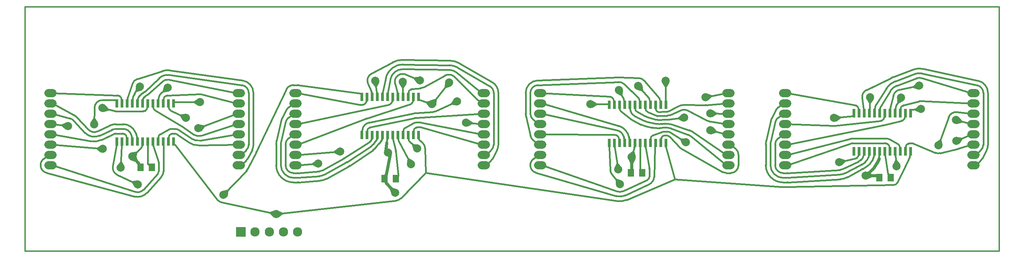
<source format=gbr>
%FSLAX44Y44*%
%OFA0.0000B0.0000*%
%SFA1B1*%
%MOMM*%
%AMFRECTNOHOLE10*
21,1,2.3000,2.3000,0.0000,0.0000,0*
%
%AMFRECTNOHOLE12*
21,1,1.6000,1.8000,0.0000,0.0000,0*
%
%AMFRECTNOHOLE13*
21,1,0.6000,2.0000,0.0000,0.0000,0*
%
%ADD10FRECTNOHOLE10*%
%ADD12FRECTNOHOLE12*%
%ADD13FRECTNOHOLE13*%
%ADD14C,0.3333X0.0000*%
%ADD15C,0.8000X0.0000*%
%ADD16C,0.4000X0.0000*%
%ADD17C,2.0000X0.0000*%
%ADD18C,2.3000X0.0000*%
%ADD20C,0.0000X0.0000*%
%LNÍèæí³é0*%
%LPD*%
G36*
X1448086Y351285D2*
X1442086Y351285D1*
X1442086Y371285D1*
X1448086Y371285D1*
X1448086Y351285D1*
G37*
%LNÍèæí³é1*%
%LPD*%
G36*
X1460786Y351285D2*
X1454786Y351285D1*
X1454786Y371285D1*
X1460786Y371285D1*
X1460786Y351285D1*
G37*
%LNÍèæí³é2*%
%LPD*%
G36*
X1473486Y351285D2*
X1467486Y351285D1*
X1467486Y371285D1*
X1473486Y371285D1*
X1473486Y351285D1*
G37*
%LNÍèæí³é3*%
%LPD*%
G36*
X1486186Y351285D2*
X1480186Y351285D1*
X1480186Y371285D1*
X1486186Y371285D1*
X1486186Y351285D1*
G37*
%LNÍèæí³é4*%
%LPD*%
G36*
X1498886Y351285D2*
X1492886Y351285D1*
X1492886Y371285D1*
X1498886Y371285D1*
X1498886Y351285D1*
G37*
%LNÍèæí³é5*%
%LPD*%
G36*
X1511586Y351285D2*
X1505586Y351285D1*
X1505586Y371285D1*
X1511586Y371285D1*
X1511586Y351285D1*
G37*
%LNÍèæí³é6*%
%LPD*%
G36*
X1524286Y351285D2*
X1518286Y351285D1*
X1518286Y371285D1*
X1524286Y371285D1*
X1524286Y351285D1*
G37*
%LNÍèæí³é7*%
%LPD*%
G36*
X1536986Y351285D2*
X1530986Y351285D1*
X1530986Y371285D1*
X1536986Y371285D1*
X1536986Y351285D1*
G37*
%LNÍèæí³é8*%
%LPD*%
G36*
X1549686Y351285D2*
X1543686Y351285D1*
X1543686Y371285D1*
X1549686Y371285D1*
X1549686Y351285D1*
G37*
%LNÍèæí³é9*%
%LPD*%
G36*
X1562386Y351285D2*
X1556386Y351285D1*
X1556386Y371285D1*
X1562386Y371285D1*
X1562386Y351285D1*
G37*
%LNÍèæí³é10*%
%LPD*%
G36*
X1575086Y351285D2*
X1569086Y351285D1*
X1569086Y371285D1*
X1575086Y371285D1*
X1575086Y351285D1*
G37*
%LNÍèæí³é11*%
%LPD*%
G36*
X1587786Y351285D2*
X1581786Y351285D1*
X1581786Y371285D1*
X1587786Y371285D1*
X1587786Y351285D1*
G37*
%LNÍèæí³é12*%
%LPD*%
G36*
X1587786Y257285D2*
X1581786Y257285D1*
X1581786Y277285D1*
X1587786Y277285D1*
X1587786Y257285D1*
G37*
%LNÍèæí³é13*%
%LPD*%
G36*
X1575086Y257285D2*
X1569086Y257285D1*
X1569086Y277285D1*
X1575086Y277285D1*
X1575086Y257285D1*
G37*
%LNÍèæí³é14*%
%LPD*%
G36*
X1562386Y257285D2*
X1556386Y257285D1*
X1556386Y277285D1*
X1562386Y277285D1*
X1562386Y257285D1*
G37*
%LNÍèæí³é15*%
%LPD*%
G36*
X1549686Y257285D2*
X1543686Y257285D1*
X1543686Y277285D1*
X1549686Y277285D1*
X1549686Y257285D1*
G37*
%LNÍèæí³é16*%
%LPD*%
G36*
X1536986Y257285D2*
X1530986Y257285D1*
X1530986Y277285D1*
X1536986Y277285D1*
X1536986Y257285D1*
G37*
%LNÍèæí³é17*%
%LPD*%
G36*
X1524286Y257285D2*
X1518286Y257285D1*
X1518286Y277285D1*
X1524286Y277285D1*
X1524286Y257285D1*
G37*
%LNÍèæí³é18*%
%LPD*%
G36*
X1511586Y257285D2*
X1505586Y257285D1*
X1505586Y277285D1*
X1511586Y277285D1*
X1511586Y257285D1*
G37*
%LNÍèæí³é19*%
%LPD*%
G36*
X1498886Y257285D2*
X1492886Y257285D1*
X1492886Y277285D1*
X1498886Y277285D1*
X1498886Y257285D1*
G37*
%LNÍèæí³é20*%
%LPD*%
G36*
X1486186Y257285D2*
X1480186Y257285D1*
X1480186Y277285D1*
X1486186Y277285D1*
X1486186Y257285D1*
G37*
%LNÍèæí³é21*%
%LPD*%
G36*
X1473486Y257285D2*
X1467486Y257285D1*
X1467486Y277285D1*
X1473486Y277285D1*
X1473486Y257285D1*
G37*
%LNÍèæí³é22*%
%LPD*%
G36*
X1460786Y257285D2*
X1454786Y257285D1*
X1454786Y277285D1*
X1460786Y277285D1*
X1460786Y257285D1*
G37*
%LNÍèæí³é23*%
%LPD*%
G36*
X1448086Y257285D2*
X1442086Y257285D1*
X1442086Y277285D1*
X1448086Y277285D1*
X1448086Y257285D1*
G37*
%LNÍèæí³é24*%
%LPD*%
G36*
X2051273Y330649D2*
X2045273Y330649D1*
X2045273Y350649D1*
X2051273Y350649D1*
X2051273Y330649D1*
G37*
%LNÍèæí³é25*%
%LPD*%
G36*
X2063973Y330649D2*
X2057973Y330649D1*
X2057973Y350649D1*
X2063973Y350649D1*
X2063973Y330649D1*
G37*
%LNÍèæí³é26*%
%LPD*%
G36*
X2076673Y330649D2*
X2070673Y330649D1*
X2070673Y350649D1*
X2076673Y350649D1*
X2076673Y330649D1*
G37*
%LNÍèæí³é27*%
%LPD*%
G36*
X2089373Y330649D2*
X2083373Y330649D1*
X2083373Y350649D1*
X2089373Y350649D1*
X2089373Y330649D1*
G37*
%LNÍèæí³é28*%
%LPD*%
G36*
X2102073Y330649D2*
X2096073Y330649D1*
X2096073Y350649D1*
X2102073Y350649D1*
X2102073Y330649D1*
G37*
%LNÍèæí³é29*%
%LPD*%
G36*
X2114773Y330649D2*
X2108773Y330649D1*
X2108773Y350649D1*
X2114773Y350649D1*
X2114773Y330649D1*
G37*
%LNÍèæí³é30*%
%LPD*%
G36*
X2127473Y330649D2*
X2121473Y330649D1*
X2121473Y350649D1*
X2127473Y350649D1*
X2127473Y330649D1*
G37*
%LNÍèæí³é31*%
%LPD*%
G36*
X2140173Y330649D2*
X2134173Y330649D1*
X2134173Y350649D1*
X2140173Y350649D1*
X2140173Y330649D1*
G37*
%LNÍèæí³é32*%
%LPD*%
G36*
X2152873Y330649D2*
X2146873Y330649D1*
X2146873Y350649D1*
X2152873Y350649D1*
X2152873Y330649D1*
G37*
%LNÍèæí³é33*%
%LPD*%
G36*
X2165573Y330649D2*
X2159573Y330649D1*
X2159573Y350649D1*
X2165573Y350649D1*
X2165573Y330649D1*
G37*
%LNÍèæí³é34*%
%LPD*%
G36*
X2178273Y330649D2*
X2172273Y330649D1*
X2172273Y350649D1*
X2178273Y350649D1*
X2178273Y330649D1*
G37*
%LNÍèæí³é35*%
%LPD*%
G36*
X2190973Y330649D2*
X2184973Y330649D1*
X2184973Y350649D1*
X2190973Y350649D1*
X2190973Y330649D1*
G37*
%LNÍèæí³é36*%
%LPD*%
G36*
X2190973Y236649D2*
X2184973Y236649D1*
X2184973Y256649D1*
X2190973Y256649D1*
X2190973Y236649D1*
G37*
%LNÍèæí³é37*%
%LPD*%
G36*
X2178273Y236649D2*
X2172273Y236649D1*
X2172273Y256649D1*
X2178273Y256649D1*
X2178273Y236649D1*
G37*
%LNÍèæí³é38*%
%LPD*%
G36*
X2165573Y236649D2*
X2159573Y236649D1*
X2159573Y256649D1*
X2165573Y256649D1*
X2165573Y236649D1*
G37*
%LNÍèæí³é39*%
%LPD*%
G36*
X2152873Y236649D2*
X2146873Y236649D1*
X2146873Y256649D1*
X2152873Y256649D1*
X2152873Y236649D1*
G37*
%LNÍèæí³é40*%
%LPD*%
G36*
X2140173Y236649D2*
X2134173Y236649D1*
X2134173Y256649D1*
X2140173Y256649D1*
X2140173Y236649D1*
G37*
%LNÍèæí³é41*%
%LPD*%
G36*
X2127473Y236649D2*
X2121473Y236649D1*
X2121473Y256649D1*
X2127473Y256649D1*
X2127473Y236649D1*
G37*
%LNÍèæí³é42*%
%LPD*%
G36*
X2114773Y236649D2*
X2108773Y236649D1*
X2108773Y256649D1*
X2114773Y256649D1*
X2114773Y236649D1*
G37*
%LNÍèæí³é43*%
%LPD*%
G36*
X2102073Y236649D2*
X2096073Y236649D1*
X2096073Y256649D1*
X2102073Y256649D1*
X2102073Y236649D1*
G37*
%LNÍèæí³é44*%
%LPD*%
G36*
X2089373Y236649D2*
X2083373Y236649D1*
X2083373Y256649D1*
X2089373Y256649D1*
X2089373Y236649D1*
G37*
%LNÍèæí³é45*%
%LPD*%
G36*
X2076673Y236649D2*
X2070673Y236649D1*
X2070673Y256649D1*
X2076673Y256649D1*
X2076673Y236649D1*
G37*
%LNÍèæí³é46*%
%LPD*%
G36*
X2063973Y236649D2*
X2057973Y236649D1*
X2057973Y256649D1*
X2063973Y256649D1*
X2063973Y236649D1*
G37*
%LNÍèæí³é47*%
%LPD*%
G36*
X2051273Y236649D2*
X2045273Y236649D1*
X2045273Y256649D1*
X2051273Y256649D1*
X2051273Y236649D1*
G37*
%LNÍèæí³é*%
%LPD*%
G54D10*
X538106Y47620D3*
G54D12*
X2138820Y181668D3*
X2110820Y181668D3*
X1527264Y192865D3*
X1499264Y192865D3*
X919810Y178735D3*
X891810Y178735D3*
X318482Y206353D3*
X290482Y206353D3*
G54D13*
X835897Y286347D3*
X848597Y286347D3*
X861297Y286347D3*
X873997Y286347D3*
X886697Y286347D3*
X899397Y286347D3*
X912097Y286347D3*
X924797Y286347D3*
X937497Y286347D3*
X950197Y286347D3*
X962897Y286347D3*
X975597Y286347D3*
X975597Y380347D3*
X962897Y380347D3*
X950197Y380347D3*
X937497Y380347D3*
X924797Y380347D3*
X912097Y380347D3*
X899397Y380347D3*
X886697Y380347D3*
X873997Y380347D3*
X861297Y380347D3*
X848597Y380347D3*
X835897Y380347D3*
X232363Y270459D3*
X245063Y270459D3*
X257763Y270459D3*
X270463Y270459D3*
X283163Y270459D3*
X295863Y270459D3*
X308563Y270459D3*
X321263Y270459D3*
X333963Y270459D3*
X346663Y270459D3*
X359363Y270459D3*
X372063Y270459D3*
X372063Y364459D3*
X359363Y364459D3*
X346663Y364459D3*
X333963Y364459D3*
X321263Y364459D3*
X308563Y364459D3*
X295863Y364459D3*
X283163Y364459D3*
X270463Y364459D3*
X257763Y364459D3*
X245063Y364459D3*
X232363Y364459D3*
G54D14*
X2406349Y0D2*
X6349Y0D1*
X2406349Y602000D2*
X2406349Y0D1*
X6349Y602000D2*
X2406349Y602000D1*
X6349Y0D2*
X6349Y602000D1*
G54D15*
X286482Y211353D2*
X290482Y206353D1*
X286482Y215353D2*
X286482Y211353D1*
G75*
G01X286482Y215353D2*
G03X285358Y218133I-4000J0D1*
G74*
X270268Y233749D2*
X285358Y218133D1*
X906314Y244613D2*
X906298Y244664D1*
G75*
G01X895318Y241217D2*
G03X906314Y244613I5498J1698D1*
G74*
X895303Y241267D2*
X895318Y241217D1*
G75*
G01X894839Y245723D2*
G03X895303Y241267I11459J-1059D1*
G74*
X896737Y266263D2*
X894839Y245723D1*
X1501019Y201865D2*
X1501019Y232300D1*
X1501019Y197865D2*
X1501019Y201865D1*
X1499264Y192865D2*
X1501019Y197865D1*
X895810Y183735D2*
X891810Y178735D1*
X895810Y187735D2*
X895810Y183735D1*
G75*
G01X895887Y188514D2*
G03X895810Y187735I3923J-779D1*
G74*
X906460Y241795D2*
X895887Y188514D1*
G75*
G01X906460Y241795D2*
G03X906314Y244613I-5644J1120D1*
G74*
X906298Y244664D2*
X906314Y244613D1*
X2085009Y192165D2*
X2077706Y186626D1*
G75*
G01X2085009Y192165D2*
G03X2094486Y201299I-33736J44484D1*
G74*
X2099578Y207523D2*
X2094486Y201299D1*
G75*
G01X2099578Y207523D2*
G03X2105627Y217130I-35605J29126D1*
G74*
X2110200Y226890D2*
X2105627Y217130D1*
G75*
G01X2110200Y226890D2*
G03X2110542Y227655I-20827J9759D1*
G74*
X2110573Y227729D2*
X2110542Y227655D1*
X900816Y242915D2*
X906298Y244664D1*
X895810Y173735D2*
X891810Y178735D1*
X895810Y169735D2*
X895810Y173735D1*
G75*
G01X895810Y169735D2*
G03X896876Y167016I4000J0D1*
G74*
X918286Y143911D2*
X896876Y167016D1*
X2102820Y186626D2*
X2077706Y186626D1*
X2106820Y186626D2*
X2102820Y186626D1*
X2110820Y181668D2*
X2106820Y186626D1*
X280274Y223394D2*
X268083Y228161D1*
X280274Y223394D2*
X275927Y235741D1*
X1501019Y217900D2*
X1495565Y229800D1*
X1501019Y217900D2*
X1506473Y229800D1*
X2085009Y192165D2*
X2083576Y185385D1*
X2085009Y192165D2*
X2078094Y192613D1*
X908498Y154473D2*
X920588Y149452D1*
X908498Y154473D2*
X912586Y142038D1*
X2092106Y186626D2*
X2080206Y181172D1*
X2092106Y186626D2*
X2080206Y192080D1*
G54D16*
X1883903Y212100D2*
X1878903Y212100D1*
X2042229Y265648D2*
X1883903Y212100D1*
G75*
G01X2045273Y266149D2*
G03X2042229Y265648I0J-9500D1*
G74*
X2125473Y266149D2*
X2045273Y266149D1*
G75*
G01X2129273Y265356D2*
G03X2125473Y266149I-3800J-8707D1*
G74*
X2130953Y264623D2*
X2129273Y265356D1*
G75*
G01X2136173Y256649D2*
G03X2130953Y264623I-8700J0D1*
G74*
X2136173Y254649D2*
X2136173Y256649D1*
X2137173Y246649D2*
X2136173Y254649D1*
X1883903Y237500D2*
X1878903Y237500D1*
X2040124Y277008D2*
X1883903Y237500D1*
G75*
G01X2045273Y277649D2*
G03X2040124Y277008I0J-21000D1*
G74*
X2127473Y277649D2*
X2045273Y277649D1*
G75*
G01X2137642Y275023D2*
G03X2127473Y277649I-10169J-18374D1*
G74*
X2157086Y264261D2*
X2137642Y275023D1*
G75*
G01X2161573Y256649D2*
G03X2157086Y264261I-8700J0D1*
G74*
X2161573Y254649D2*
X2161573Y256649D1*
X2162573Y246649D2*
X2161573Y254649D1*
X1873903Y339100D2*
X1878903Y339100D1*
X1861408Y328670D2*
X1873903Y339100D1*
G75*
G01X1861408Y328670D2*
G03X1854909Y318114I12495J-14970D1*
G74*
X1843708Y269918D2*
X1854909Y318114D1*
G75*
G01X1843708Y269918D2*
G03X1842903Y262900I30195J-7018D1*
G74*
X1842903Y212100D2*
X1842903Y262900D1*
G75*
G01X1842903Y212100D2*
G03X1873903Y181100I31000J0D1*
G74*
X1883903Y181100D2*
X1873903Y181100D1*
G75*
G01X1883903Y181100D2*
G03X1885747Y181155I0J31000D1*
G74*
X2014119Y188804D2*
X1885747Y181155D1*
G75*
G01X2014119Y188804D2*
G03X2026353Y192130I-1844J30945D1*
G74*
X2064146Y211395D2*
X2026353Y192130D1*
G75*
G01X2064146Y211395D2*
G03X2064378Y211514I-12873J25254D1*
G74*
X2064483Y211569D2*
X2064378Y211514D1*
G75*
G01X2064483Y211569D2*
G03X2067986Y213729I-13210J25336D1*
G74*
X2076219Y219667D2*
X2067986Y213729D1*
G75*
G01X2076219Y219667D2*
G03X2084147Y231047I-12246J16982D1*
G74*
X2085056Y234321D2*
X2084147Y231047D1*
G75*
G01X2085056Y234321D2*
G03X2085373Y236649I-8383J2328D1*
G74*
X2085373Y238649D2*
X2085373Y236649D1*
X2086373Y246649D2*
X2085373Y238649D1*
X2053019Y228724D2*
X2012275Y219749D1*
G75*
G01X2053019Y228724D2*
G03X2055025Y229453I-1746J7925D1*
G74*
X2055130Y229508D2*
X2055025Y229453D1*
G75*
G01X2055130Y229508D2*
G03X2059054Y233899I-3857J7397D1*
G74*
X2059839Y235928D2*
X2059054Y233899D1*
G75*
G01X2059839Y235928D2*
G03X2059973Y236649I-1866J721D1*
G74*
X2059973Y238649D2*
X2059973Y236649D1*
X2060973Y246649D2*
X2059973Y238649D1*
X2337903Y339100D2*
X2342903Y339100D1*
X2302153Y342684D2*
X2337903Y339100D1*
G75*
G01X2302153Y342684D2*
G03X2281890Y329967I-1945J-19403D1*
G74*
X2256582Y260631D2*
X2281890Y329967D1*
X1873903Y364500D2*
X1878903Y364500D1*
X1861408Y354070D2*
X1873903Y364500D1*
G75*
G01X1861408Y354070D2*
G03X1856516Y347929I12495J-14970D1*
G74*
X1846262Y327735D2*
X1856516Y347929D1*
G75*
G01X1846262Y327735D2*
G03X1843708Y320718I27641J-14035D1*
G74*
X1832506Y272521D2*
X1843708Y320718D1*
G75*
G01X1832506Y272521D2*
G03X1831403Y262900I41397J-9621D1*
G74*
X1831403Y212100D2*
X1831403Y262900D1*
G75*
G01X1831403Y212100D2*
G03X1873903Y169600I42500J0D1*
G74*
X1883903Y169600D2*
X1873903Y169600D1*
G75*
G01X1883903Y169600D2*
G03X1886431Y169675I0J42500D1*
G74*
X2014803Y177324D2*
X1886431Y169675D1*
G75*
G01X2014803Y177324D2*
G03X2032810Y182539I-2528J42425D1*
G74*
X2068953Y202486D2*
X2032810Y182539D1*
G75*
G01X2069276Y202660D2*
G03X2068953Y202486I8430J-16034D1*
G74*
G75*
G01X2069276Y202660D2*
G03X2069728Y202901I-18003J34245D1*
G74*
X2079431Y208167D2*
X2069728Y202901D1*
G75*
G01X2079431Y208167D2*
G03X2093077Y222398I-15458J28482D1*
G74*
X2095533Y227414D2*
X2093077Y222398D1*
G75*
G01X2095533Y227414D2*
G03X2097012Y231420I-18860J9235D1*
G74*
X2097799Y234483D2*
X2097012Y231420D1*
G75*
G01X2097799Y234483D2*
G03X2098073Y236649I-8426J2166D1*
G74*
X2098073Y238649D2*
X2098073Y236649D1*
X2099073Y246649D2*
X2098073Y238649D1*
X2150919Y235752D2*
X2153655Y209375D1*
G75*
G01X2150873Y236649D2*
G03X2150919Y235752I8700J0D1*
G74*
X2150873Y238649D2*
X2150873Y236649D1*
X2149873Y246649D2*
X2150873Y238649D1*
X2337903Y288300D2*
X2342903Y288300D1*
X2301145Y271738D2*
X2337903Y288300D1*
X2337903Y262900D2*
X2342903Y262900D1*
X2307019Y253144D2*
X2337903Y262900D1*
G75*
G01X2305861Y252817D2*
G03X2307019Y253144I-4716J18921D1*
G74*
X2261298Y241710D2*
X2305861Y252817D1*
G75*
G01X2249055Y242642D2*
G03X2261298Y241710I7527J17989D1*
G74*
X2194640Y265413D2*
X2249055Y242642D1*
G75*
G01X2194640Y265413D2*
G03X2190973Y266149I-3667J-8764D1*
G74*
X2186973Y266149D2*
X2190973Y266149D1*
G75*
G01X2186973Y266149D2*
G03X2183173Y265356I0J-9500D1*
G74*
X2181493Y264623D2*
X2183173Y265356D1*
G75*
G01X2181493Y264623D2*
G03X2176273Y256649I3480J-7974D1*
G74*
X2176273Y254649D2*
X2176273Y256649D1*
X2175273Y246649D2*
X2176273Y254649D1*
X1873903Y288300D2*
X1878903Y288300D1*
X1861408Y277870D2*
X1873903Y288300D1*
G75*
G01X1861408Y277870D2*
G03X1854403Y262900I12495J-14970D1*
G74*
X1854403Y212100D2*
X1854403Y262900D1*
G75*
G01X1854403Y212100D2*
G03X1873903Y192600I19500J0D1*
G74*
X1883903Y192600D2*
X1873903Y192600D1*
G75*
G01X1883903Y192600D2*
G03X1885063Y192635I0J19500D1*
G74*
X2013435Y200284D2*
X1885063Y192635D1*
G75*
G01X2013435Y200284D2*
G03X2020559Y202096I-1160J19465D1*
G74*
X2059018Y220145D2*
X2020559Y202096D1*
G75*
G01X2059018Y220145D2*
G03X2059701Y220483I-7745J16504D1*
G74*
X2059806Y220538D2*
X2059701Y220483D1*
G75*
G01X2059806Y220538D2*
G03X2065211Y224804I-8533J16367D1*
G74*
X2070543Y230946D2*
X2065211Y224804D1*
G75*
G01X2070543Y230946D2*
G03X2072673Y236649I-6570J5703D1*
G74*
X2072673Y238649D2*
X2072673Y236649D1*
X2073673Y246649D2*
X2072673Y238649D1*
X1280720Y212100D2*
X1275720Y212100D1*
X1465481Y147206D2*
X1280720Y212100D1*
G75*
G01X1465481Y147206D2*
G03X1480127Y147904I6462J18398D1*
G74*
X1539251Y175242D2*
X1480127Y147904D1*
G75*
G01X1539251Y175242D2*
G03X1544764Y183865I-3987J8623D1*
G74*
X1544764Y201865D2*
X1544764Y183865D1*
G75*
G01X1544764Y201865D2*
G03X1544611Y203564I-9500J0D1*
G74*
X1535126Y255729D2*
X1544611Y203564D1*
G75*
G01X1534986Y257285D2*
G03X1535126Y255729I8700J0D1*
G74*
X1534986Y259285D2*
X1534986Y257285D1*
X1533986Y267285D2*
X1534986Y259285D1*
X1270720Y237500D2*
X1275720Y237500D1*
X1258225Y227070D2*
X1270720Y237500D1*
G75*
G01X1258225Y227070D2*
G03X1265279Y193375I12495J-14970D1*
G74*
X1463293Y135835D2*
X1265279Y193375D1*
G75*
G01X1463293Y135835D2*
G03X1484953Y137466I8650J29769D1*
G74*
X1544077Y164804D2*
X1484953Y137466D1*
G75*
G01X1544077Y164804D2*
G03X1556255Y183260I-8813J19061D1*
G74*
X1558382Y257034D2*
X1556255Y183260D1*
G75*
G01X1558382Y257034D2*
G03X1558386Y257285I-8696J251D1*
G74*
X1558386Y259285D2*
X1558386Y257285D1*
X1559386Y267285D2*
X1558386Y259285D1*
X1280720Y339100D2*
X1275720Y339100D1*
X1465372Y297778D2*
X1280720Y339100D1*
G75*
G01X1481125Y282514D2*
G03X1465372Y297778I-20339J-5229D1*
G74*
X1481912Y279451D2*
X1481125Y282514D1*
G75*
G01X1482186Y277285D2*
G03X1481912Y279451I-8700J0D1*
G74*
X1482186Y275285D2*
X1482186Y277285D1*
X1483186Y267285D2*
X1482186Y275285D1*
X1458897Y255898D2*
X1467706Y201354D1*
G75*
G01X1458786Y257285D2*
G03X1458897Y255898I8700J0D1*
G74*
X1458786Y259285D2*
X1458786Y257285D1*
X1457786Y267285D2*
X1458786Y259285D1*
X1734720Y339100D2*
X1739720Y339100D1*
X1694329Y339547D2*
X1734720Y339100D1*
X1280720Y364500D2*
X1275720Y364500D1*
X1470014Y308447D2*
X1280720Y364500D1*
G75*
G01X1490215Y291075D2*
G03X1470014Y308447I-29429J-13790D1*
G74*
X1492502Y286196D2*
X1490215Y291075D1*
G75*
G01X1493825Y282514D2*
G03X1492502Y286196I-20339J-5229D1*
G74*
X1494612Y279451D2*
X1493825Y282514D1*
G75*
G01X1494886Y277285D2*
G03X1494612Y279451I-8700J0D1*
G74*
X1494886Y275285D2*
X1494886Y277285D1*
X1495886Y267285D2*
X1494886Y275285D1*
X1598404Y291640D2*
X1634433Y268250D1*
G75*
G01X1598404Y291640D2*
G03X1587786Y294785I-10618J-16355D1*
G74*
X1581786Y294785D2*
X1587786Y294785D1*
G75*
G01X1581786Y294785D2*
G03X1575803Y293731I0J-17500D1*
G74*
X1555138Y286213D2*
X1575803Y293731D1*
G75*
G01X1555138Y286213D2*
G03X1554586Y285992I3248J-8928D1*
G74*
X1552906Y285259D2*
X1554586Y285992D1*
G75*
G01X1552906Y285259D2*
G03X1547686Y277285I3480J-7974D1*
G74*
X1547686Y275285D2*
X1547686Y277285D1*
X1546686Y267285D2*
X1547686Y275285D1*
X1734720Y288300D2*
X1739720Y288300D1*
X1694947Y298358D2*
X1734720Y288300D1*
X1744720Y262900D2*
X1739720Y262900D1*
X1757215Y252470D2*
X1744720Y262900D1*
G75*
G01X1764220Y237500D2*
G03X1757215Y252470I-19500J0D1*
G74*
X1764220Y212100D2*
X1764220Y237500D1*
G75*
G01X1744720Y192600D2*
G03X1764220Y212100I0J19500D1*
G74*
X1734720Y192600D2*
X1744720Y192600D1*
G75*
G01X1725194Y195085D2*
G03X1734720Y192600I9526J17015D1*
G74*
X1624907Y251235D2*
X1725194Y195085D1*
G75*
G01X1620286Y254829D2*
G03X1624907Y251235I14147J13421D1*
G74*
X1594678Y281823D2*
X1620286Y254829D1*
G75*
G01X1594678Y281823D2*
G03X1592385Y283598I-6892J-6538D1*
G74*
X1591538Y284066D2*
X1592385Y283598D1*
G75*
G01X1591538Y284066D2*
G03X1587786Y285035I-3752J-6781D1*
G74*
X1581786Y285035D2*
X1587786Y285035D1*
G75*
G01X1581786Y285035D2*
G03X1575135Y281263I0J-7750D1*
G74*
X1573370Y278312D2*
X1575135Y281263D1*
G75*
G01X1573370Y278312D2*
G03X1573086Y277285I1716J-1027D1*
G74*
X1573086Y275285D2*
X1573086Y277285D1*
X1572086Y267285D2*
X1573086Y275285D1*
X1280720Y288300D2*
X1275720Y288300D1*
X1458867Y286785D2*
X1280720Y288300D1*
G75*
G01X1462586Y285992D2*
G03X1458867Y286785I-3800J-8707D1*
G74*
X1464266Y285259D2*
X1462586Y285992D1*
G75*
G01X1469486Y277285D2*
G03X1464266Y285259I-8700J0D1*
G74*
X1469486Y275285D2*
X1469486Y277285D1*
X1470486Y267285D2*
X1469486Y275285D1*
X926793Y272305D2*
X957033Y214676D1*
G75*
G01X925797Y276347D2*
G03X926793Y272305I8700J0D1*
G74*
X925797Y278347D2*
X925797Y276347D1*
X924797Y286347D2*
X925797Y278347D1*
X677530Y212100D2*
X672530Y212100D1*
X728894Y215889D2*
X677530Y212100D1*
X954012Y269940D2*
X972500Y252958D1*
G75*
G01X951197Y276347D2*
G03X954012Y269940I8700J0D1*
G74*
X951197Y278347D2*
X951197Y276347D1*
X950197Y286347D2*
X951197Y278347D1*
X677530Y237500D2*
X672530Y237500D1*
X782374Y245625D2*
X677530Y237500D1*
X667530Y339100D2*
X672530Y339100D1*
X655035Y328670D2*
X667530Y339100D1*
G75*
G01X655035Y328670D2*
G03X648536Y318114I12495J-14970D1*
G74*
X637335Y269918D2*
X648536Y318114D1*
G75*
G01X637335Y269918D2*
G03X636530Y262900I30195J-7018D1*
G74*
X636530Y212100D2*
X636530Y262900D1*
G75*
G01X636530Y212100D2*
G03X667530Y181100I31000J0D1*
G74*
X677530Y181100D2*
X667530Y181100D1*
G75*
G01X677530Y181100D2*
G03X679811Y181184I0J31000D1*
G74*
X731175Y184973D2*
X679811Y181184D1*
G75*
G01X731175Y184973D2*
G03X743959Y188795I-2281J30916D1*
G74*
X797439Y218531D2*
X743959Y188795D1*
G75*
G01X797439Y218531D2*
G03X799346Y219684I-15065J27094D1*
G74*
X859094Y258774D2*
X799346Y219684D1*
G75*
G01X859094Y258774D2*
G03X864394Y263742I-11497J17573D1*
G74*
X867516Y267904D2*
X864394Y263742D1*
G75*
G01X870108Y271027D2*
G03X867516Y267904I30708J-28112D1*
G74*
G75*
G01X870108Y271027D2*
G03X870840Y271959I-5811J5320D1*
G74*
X871765Y273338D2*
X870840Y271959D1*
G75*
G01X871765Y273338D2*
G03X872897Y275721I-7468J5009D1*
G74*
X872910Y275763D2*
X872897Y275721D1*
G75*
G01X872910Y275763D2*
G03X872997Y276347I-1913J584D1*
G74*
X872997Y278347D2*
X872997Y276347D1*
X873997Y286347D2*
X872997Y278347D1*
X1131530Y339100D2*
X1136530Y339100D1*
X1011107Y331325D2*
X1131530Y339100D1*
X1011050Y331322D2*
X1011107Y331325D1*
X970563Y328783D2*
X1011050Y331322D1*
G75*
G01X970563Y328783D2*
G03X965941Y328158I2034J-32436D1*
G74*
X858351Y305646D2*
X965941Y328158D1*
G75*
G01X858351Y305646D2*
G03X856497Y305054I1946J-9299D1*
G74*
X854817Y304321D2*
X856497Y305054D1*
G75*
G01X854817Y304321D2*
G03X849597Y296347I3480J-7974D1*
G74*
X849597Y294347D2*
X849597Y296347D1*
X848597Y286347D2*
X849597Y294347D1*
X667530Y364500D2*
X672530Y364500D1*
X655035Y354070D2*
X667530Y364500D1*
G75*
G01X655035Y354070D2*
G03X650143Y347929I12495J-14970D1*
G74*
X639889Y327735D2*
X650143Y347929D1*
G75*
G01X639889Y327735D2*
G03X637335Y320718I27641J-14035D1*
G74*
X626133Y272521D2*
X637335Y320718D1*
G75*
G01X626133Y272521D2*
G03X625030Y262900I41397J-9621D1*
G74*
X625030Y212100D2*
X625030Y262900D1*
G75*
G01X625030Y212100D2*
G03X667530Y169600I42500J0D1*
G74*
X677530Y169600D2*
X667530Y169600D1*
G75*
G01X677530Y169600D2*
G03X680657Y169715I0J42500D1*
G74*
X732021Y173504D2*
X680657Y169715D1*
G75*
G01X732021Y173504D2*
G03X749547Y178745I-3127J42385D1*
G74*
X803027Y208481D2*
X749547Y178745D1*
G75*
G01X803027Y208481D2*
G03X806198Y210431I-20653J37144D1*
G74*
X863816Y249434D2*
X806198Y210431D1*
G75*
G01X863816Y249434D2*
G03X868461Y253249I-18219J26913D1*
G74*
X869471Y254249D2*
X868461Y253249D1*
G75*
G01X869471Y254249D2*
G03X873926Y259807I-21874J22098D1*
G74*
G75*
G01X878024Y265028D2*
G03X873926Y259807I22792J-22113D1*
G74*
X878025Y265028D2*
X878024Y265028D1*
G75*
G01X878025Y265028D2*
G03X878513Y265550I-13728J13319D1*
G74*
X883203Y270760D2*
X878513Y265550D1*
G75*
G01X883203Y270760D2*
G03X884905Y273667I-6206J5587D1*
G74*
X885513Y275461D2*
X884905Y273667D1*
G75*
G01X885513Y275461D2*
G03X885597Y275721I-8516J2886D1*
G74*
X885610Y275763D2*
X885597Y275721D1*
G75*
G01X885610Y275763D2*
G03X885697Y276347I-1913J584D1*
G74*
X885697Y278347D2*
X885697Y276347D1*
X886697Y286347D2*
X885697Y278347D1*
X1131530Y288300D2*
X1136530Y288300D1*
X982566Y316969D2*
X1131530Y288300D1*
G75*
G01X982566Y316969D2*
G03X978597Y317347I-3969J-20622D1*
G74*
X972597Y317347D2*
X978597Y317347D1*
G75*
G01X972597Y317347D2*
G03X962428Y314721I0J-21000D1*
G74*
X942984Y303959D2*
X962428Y314721D1*
G75*
G01X942984Y303959D2*
G03X938497Y296347I4213J-7612D1*
G74*
X938497Y294347D2*
X938497Y296347D1*
X937497Y286347D2*
X938497Y294347D1*
X1131530Y262900D2*
X1136530Y262900D1*
X981186Y305487D2*
X1131530Y262900D1*
G75*
G01X981186Y305487D2*
G03X978597Y305847I-2589J-9140D1*
G74*
X974597Y305847D2*
X978597Y305847D1*
G75*
G01X974597Y305847D2*
G03X970797Y305054I0J-9500D1*
G74*
X969117Y304321D2*
X970797Y305054D1*
G75*
G01X969117Y304321D2*
G03X963897Y296347I3480J-7974D1*
G74*
X963897Y294347D2*
X963897Y296347D1*
X962897Y286347D2*
X963897Y294347D1*
X667530Y288300D2*
X672530Y288300D1*
X655035Y277870D2*
X667530Y288300D1*
G75*
G01X655035Y277870D2*
G03X648030Y262900I12495J-14970D1*
G74*
X648030Y212100D2*
X648030Y262900D1*
G75*
G01X648030Y212100D2*
G03X667530Y192600I19500J0D1*
G74*
X677530Y192600D2*
X667530Y192600D1*
G75*
G01X677530Y192600D2*
G03X678965Y192653I0J19500D1*
G74*
X730329Y196442D2*
X678965Y192653D1*
G75*
G01X730329Y196442D2*
G03X738370Y198846I-1435J19447D1*
G74*
X791850Y228582D2*
X738370Y198846D1*
G75*
G01X791850Y228582D2*
G03X792921Y229223I-9476J17043D1*
G74*
X855870Y269702D2*
X792921Y229223D1*
G75*
G01X855870Y269702D2*
G03X858216Y272034I-4273J6645D1*
G74*
X859130Y273437D2*
X858216Y272034D1*
G75*
G01X859130Y273437D2*
G03X860197Y275721I-7533J4910D1*
G74*
X860210Y275763D2*
X860197Y275721D1*
G75*
G01X860210Y275763D2*
G03X860297Y276347I-1913J584D1*
G74*
X860297Y278347D2*
X860297Y276347D1*
X861297Y286347D2*
X860297Y278347D1*
X74000Y212100D2*
X69000Y212100D1*
X277701Y146213D2*
X74000Y212100D1*
G75*
G01X277701Y146213D2*
G03X298196Y151722I6001J18554D1*
G74*
X333543Y190998D2*
X298196Y151722D1*
G75*
G01X333543Y190998D2*
G03X335982Y197353I-7061J6355D1*
G74*
X335982Y215353D2*
X335982Y197353D1*
G75*
G01X335982Y215353D2*
G03X335517Y218289I-9500J0D1*
G74*
X322689Y257771D2*
X335517Y218289D1*
G75*
G01X322263Y260459D2*
G03X322689Y257771I8700J0D1*
G74*
X322263Y262459D2*
X322263Y260459D1*
X321263Y270459D2*
X322263Y262459D1*
X64000Y237500D2*
X69000Y237500D1*
X51505Y227070D2*
X64000Y237500D1*
G75*
G01X51505Y227070D2*
G03X58923Y193272I12495J-14970D1*
G74*
X275631Y134836D2*
X58923Y193272D1*
G75*
G01X275631Y134836D2*
G03X306744Y144029I8071J29931D1*
G74*
X342091Y183305D2*
X306744Y144029D1*
G75*
G01X342091Y183305D2*
G03X347482Y197353I-15609J14048D1*
G74*
X347482Y260459D2*
X347482Y197353D1*
X347482Y262459D2*
X347482Y260459D1*
X346663Y270459D2*
X347482Y262459D1*
X74000Y339100D2*
X69000Y339100D1*
X116956Y327350D2*
X74000Y339100D1*
G75*
G01X126066Y321846D2*
G03X116956Y327350I-14255J-13305D1*
G74*
X154128Y291782D2*
X126066Y321846D1*
G75*
G01X154128Y291782D2*
G03X190182Y284976I22662J21152D1*
G74*
X220291Y299398D2*
X190182Y284976D1*
G75*
G01X229363Y301459D2*
G03X220291Y299398I0J-21000D1*
G74*
X248063Y301459D2*
X229363Y301459D1*
G75*
G01X268402Y285688D2*
G03X248063Y301459I-20339J-5229D1*
G74*
X269189Y282625D2*
X268402Y285688D1*
G75*
G01X269463Y280459D2*
G03X269189Y282625I-8700J0D1*
G74*
X269463Y278459D2*
X269463Y280459D1*
X270463Y270459D2*
X269463Y278459D1*
X528000Y339100D2*
X533000Y339100D1*
X433513Y303198D2*
X528000Y339100D1*
X244055Y260094D2*
X241777Y205809D1*
G75*
G01X244055Y260094D2*
G03X244063Y260459I-8692J365D1*
G74*
X244063Y262459D2*
X244063Y260459D1*
X245063Y270459D2*
X244063Y262459D1*
X74000Y364500D2*
X69000Y364500D1*
X126665Y335751D2*
X74000Y364500D1*
G75*
G01X134473Y329693D2*
G03X126665Y335751I-22662J-21152D1*
G74*
X162535Y299629D2*
X134473Y329693D1*
G75*
G01X162535Y299629D2*
G03X185214Y295347I14255J13305D1*
G74*
X215323Y309770D2*
X185214Y295347D1*
G75*
G01X229363Y312959D2*
G03X215323Y309770I0J-32500D1*
G74*
X248063Y312959D2*
X229363Y312959D1*
G75*
G01X277492Y294249D2*
G03X248063Y312959I-29429J-13790D1*
G74*
X279779Y289370D2*
X277492Y294249D1*
G75*
G01X281102Y285688D2*
G03X279779Y289370I-20339J-5229D1*
G74*
X281889Y282625D2*
X281102Y285688D1*
G75*
G01X282163Y280459D2*
G03X281889Y282625I-8700J0D1*
G74*
X282163Y278459D2*
X282163Y280459D1*
X283163Y270459D2*
X282163Y278459D1*
X528000Y288300D2*
X533000Y288300D1*
X438869Y272664D2*
X528000Y288300D1*
G75*
G01X415843Y277727D2*
G03X438869Y272664I17670J25471D1*
G74*
X387033Y297713D2*
X415843Y277727D1*
G75*
G01X387033Y297713D2*
G03X375063Y301459I-11970J-17254D1*
G74*
X369063Y301459D2*
X375063Y301459D1*
G75*
G01X369063Y301459D2*
G03X358894Y298833I0J-21000D1*
G74*
X339450Y288071D2*
X358894Y298833D1*
G75*
G01X339450Y288071D2*
G03X334963Y280459I4213J-7612D1*
G74*
X334963Y278459D2*
X334963Y280459D1*
X333963Y270459D2*
X334963Y278459D1*
X528000Y262900D2*
X533000Y262900D1*
X434508Y260710D2*
X528000Y262900D1*
G75*
G01X409288Y268278D2*
G03X434508Y260710I24225J34920D1*
G74*
X380478Y288265D2*
X409288Y268278D1*
G75*
G01X380478Y288265D2*
G03X375063Y289959I-5415J-7806D1*
G74*
X371063Y289959D2*
X375063Y289959D1*
G75*
G01X371063Y289959D2*
G03X367263Y289166I0J-9500D1*
G74*
X365583Y288433D2*
X367263Y289166D1*
G75*
G01X365583Y288433D2*
G03X360363Y280459I3480J-7974D1*
G74*
X360363Y278459D2*
X360363Y280459D1*
X359363Y270459D2*
X360363Y278459D1*
X74000Y288300D2*
X69000Y288300D1*
X169241Y271110D2*
X74000Y288300D1*
G75*
G01X169241Y271110D2*
G03X195150Y274604I7549J41824D1*
G74*
X225259Y289027D2*
X195150Y274604D1*
G75*
G01X229363Y289959D2*
G03X225259Y289027I0J-9500D1*
G74*
X246063Y289959D2*
X229363Y289959D1*
G75*
G01X249863Y289166D2*
G03X246063Y289959I-3800J-8707D1*
G74*
X251543Y288433D2*
X249863Y289166D1*
G75*
G01X256763Y280459D2*
G03X251543Y288433I-8700J0D1*
G74*
X256763Y278459D2*
X256763Y280459D1*
X257763Y270459D2*
X256763Y278459D1*
X2132820Y188668D2*
X2138820Y181668D1*
X2132820Y190668D2*
X2132820Y188668D1*
G75*
G01X2132820Y190668D2*
G03X2132794Y190989I-2000J0D1*
G74*
X2125586Y235251D2*
X2132794Y190989D1*
G75*
G01X2125473Y236649D2*
G03X2125586Y235251I8700J0D1*
G74*
X2125473Y238649D2*
X2125473Y236649D1*
X2124473Y246649D2*
X2125473Y238649D1*
X1522286Y199865D2*
X1527264Y192865D1*
X1522286Y201865D2*
X1522286Y199865D1*
X1522286Y257285D2*
X1522286Y201865D1*
X1522286Y259285D2*
X1522286Y257285D1*
X1521286Y267285D2*
X1522286Y259285D1*
X925810Y185735D2*
X919810Y178735D1*
X925810Y187735D2*
X925810Y185735D1*
X919970Y244873D2*
X925810Y187735D1*
G75*
G01X919970Y244873D2*
G03X919578Y247240I-19154J-1958D1*
G74*
X913319Y274393D2*
X919578Y247240D1*
G75*
G01X913097Y276347D2*
G03X913319Y274393I8700J0D1*
G74*
X913097Y278347D2*
X913097Y276347D1*
X912097Y286347D2*
X913097Y278347D1*
X312482Y213353D2*
X318482Y206353D1*
X310482Y213353D2*
X312482Y213353D1*
G75*
G01X308482Y215353D2*
G03X310482Y213353I2000J0D1*
G74*
X308482Y260459D2*
X308482Y215353D1*
X308482Y262459D2*
X308482Y260459D1*
X308563Y270459D2*
X308482Y262459D1*
X280257Y394852D2*
X289282Y406051D1*
G75*
G01X280257Y394852D2*
G03X276134Y388249I25306J-20393D1*
G74*
X273847Y383370D2*
X276134Y388249D1*
G75*
G01X273847Y383370D2*
G03X272524Y379688I19016J-8911D1*
G74*
X271737Y376625D2*
X272524Y379688D1*
G75*
G01X271737Y376625D2*
G03X271463Y374459I8426J-2166D1*
G74*
X271463Y372459D2*
X271463Y374459D1*
X270463Y364459D2*
X271463Y372459D1*
X2154312Y361530D2*
X2164675Y378636D1*
G75*
G01X2154312Y361530D2*
G03X2151934Y355878I17961J-10881D1*
G74*
X2151147Y352815D2*
X2151934Y355878D1*
G75*
G01X2151147Y352815D2*
G03X2150873Y350649I8426J-2166D1*
G74*
X2150873Y348649D2*
X2150873Y350649D1*
X2149873Y340649D2*
X2150873Y348649D1*
X936876Y388347D2*
X937497Y380347D1*
X936876Y390347D2*
X936876Y388347D1*
X936876Y417541D2*
X936876Y390347D1*
X872927Y391447D2*
X869226Y420477D1*
G75*
G01X872997Y390347D2*
G03X872927Y391447I-8700J0D1*
G74*
X872997Y388347D2*
X872997Y390347D1*
X873997Y380347D2*
X872997Y388347D1*
X342573Y390297D2*
X357803Y403558D1*
G75*
G01X342573Y390297D2*
G03X336024Y379688I13790J-15838D1*
G74*
X335237Y376625D2*
X336024Y379688D1*
G75*
G01X335237Y376625D2*
G03X334963Y374459I8426J-2166D1*
G74*
X334963Y372459D2*
X334963Y374459D1*
X333963Y364459D2*
X334963Y372459D1*
X1543549Y376996D2*
X1517075Y407423D1*
G75*
G01X1545686Y371285D2*
G03X1543549Y376996I-8700J0D1*
G74*
X1545686Y369285D2*
X1545686Y371285D1*
X1546686Y361285D2*
X1545686Y369285D1*
X1481130Y375440D2*
X1469163Y397455D1*
G75*
G01X1482186Y371285D2*
G03X1481130Y375440I-8700J0D1*
G74*
X1482186Y369285D2*
X1482186Y371285D1*
X1483186Y361285D2*
X1482186Y369285D1*
X2087377Y350901D2*
X2088215Y379817D1*
G75*
G01X2087377Y350901D2*
G03X2087373Y350649I8696J-252D1*
G74*
X2087373Y348649D2*
X2087373Y350649D1*
X2086373Y340649D2*
X2087373Y348649D1*
X2045086Y332640D2*
X1999653Y328380D1*
G75*
G01X2045273Y332649D2*
G03X2045086Y332640I0J-2000D1*
G74*
X2047273Y332649D2*
X2045273Y332649D1*
X2048273Y340649D2*
X2047273Y332649D1*
X1446086Y259285D2*
X1445086Y267285D1*
X1446086Y257285D2*
X1446086Y259285D1*
G75*
G01X1446086Y257285D2*
G03X1446097Y256729I14700J0D1*
G74*
X1448220Y200617D2*
X1446097Y256729D1*
G75*
G01X1448220Y200617D2*
G03X1452671Y188936I19486J737D1*
G74*
X1471943Y165604D2*
X1452671Y188936D1*
X1442086Y362428D2*
X1399236Y362428D1*
X1444086Y362428D2*
X1442086Y362428D1*
X1445086Y361285D2*
X1444086Y362428D1*
X836897Y294347D2*
X835897Y286347D1*
X836897Y296347D2*
X836897Y294347D1*
G75*
G01X837171Y298513D2*
G03X836897Y296347I8426J-2166D1*
G74*
X837958Y301576D2*
X837171Y298513D1*
G75*
G01X854071Y316917D2*
G03X837958Y301576I4226J-20570D1*
G74*
X963743Y339447D2*
X854071Y316917D1*
G75*
G01X969844Y340261D2*
G03X963743Y339447I2753J-43914D1*
G74*
X1010330Y342799D2*
X969844Y340261D1*
G75*
G01X1010330Y342799D2*
G03X1017312Y344570I-1220J19462D1*
G74*
X1070359Y369164D2*
X1017312Y344570D1*
X552107Y198638D2*
X495266Y139072D1*
G75*
G01X552107Y198638D2*
G03X555387Y203271I-14107J13462D1*
G74*
X575894Y243658D2*
X555387Y203271D1*
G75*
G01X575894Y243658D2*
G03X576334Y244550I-37894J19242D1*
G74*
X649941Y398319D2*
X576334Y244550D1*
G75*
G01X667530Y409400D2*
G03X649941Y398319I0J-19500D1*
G74*
X677530Y409400D2*
X667530Y409400D1*
G75*
G01X680173Y409220D2*
G03X677530Y409400I-2643J-19320D1*
G74*
X832626Y388365D2*
X680173Y409220D1*
G75*
G01X832626Y388365D2*
G03X832897Y388347I271J1982D1*
G74*
X834897Y388347D2*
X832897Y388347D1*
X835897Y380347D2*
X834897Y388347D1*
X231363Y262459D2*
X232363Y270459D1*
X231363Y260459D2*
X231363Y262459D1*
G75*
G01X231334Y260120D2*
G03X231363Y260459I-1971J339D1*
G74*
X222559Y209115D2*
X231334Y260120D1*
G75*
G01X222559Y209115D2*
G03X233543Y188133I19218J-3306D1*
G74*
X283702Y164767D2*
X233543Y188133D1*
X177358Y353183D2*
X176790Y312934D1*
G75*
G01X196856Y372408D2*
G03X177358Y353183I0J-19500D1*
G74*
X229363Y372408D2*
X196856Y372408D1*
X231363Y372408D2*
X229363Y372408D1*
X232363Y364459D2*
X231363Y372408D1*
X2160748Y397736D2*
X2209720Y407806D1*
G75*
G01X2160748Y397736D2*
G03X2145736Y383278I3927J-19100D1*
G74*
X2138596Y354149D2*
X2145736Y383278D1*
G75*
G01X2138596Y354149D2*
G03X2138173Y350649I14277J-3500D1*
G74*
X2138173Y348649D2*
X2138173Y350649D1*
X2137173Y340649D2*
X2138173Y348649D1*
X2337903Y313700D2*
X2342903Y313700D1*
X2300208Y323281D2*
X2337903Y313700D1*
X2347903Y237500D2*
X2342903Y237500D1*
X2360398Y247930D2*
X2347903Y237500D1*
G75*
G01X2360398Y247930D2*
G03X2367403Y262900I-12495J14970D1*
G74*
X2367403Y389900D2*
X2367403Y262900D1*
G75*
G01X2367403Y389900D2*
G03X2351996Y408966I-19500J0D1*
G74*
X2216227Y438115D2*
X2351996Y408966D1*
G75*
G01X2216227Y438115D2*
G03X2198837Y436833I-6507J-30309D1*
G74*
X2149755Y418431D2*
X2198837Y436833D1*
G75*
G01X2149755Y418431D2*
G03X2128782Y401394I14920J-39795D1*
G74*
X2103737Y361894D2*
X2128782Y401394D1*
G75*
G01X2103737Y361894D2*
G03X2101134Y355878I17736J-11245D1*
G74*
X2100347Y352815D2*
X2101134Y355878D1*
G75*
G01X2100347Y352815D2*
G03X2100073Y350649I8426J-2166D1*
G74*
X2100073Y348649D2*
X2100073Y350649D1*
X2099073Y340649D2*
X2100073Y348649D1*
X2337903Y364500D2*
X2342903Y364500D1*
X2214881Y370107D2*
X2337903Y364500D1*
G75*
G01X2214881Y370107D2*
G03X2209094Y369502I-888J-19480D1*
G74*
X2171886Y359844D2*
X2209094Y369502D1*
G75*
G01X2171886Y359844D2*
G03X2170473Y359356I2387J-9195D1*
G74*
X2168793Y358623D2*
X2170473Y359356D1*
G75*
G01X2168793Y358623D2*
G03X2163573Y350649I3480J-7974D1*
G74*
X2163573Y348649D2*
X2163573Y350649D1*
X2162573Y340649D2*
X2163573Y348649D1*
X2347903Y212100D2*
X2342903Y212100D1*
X2360398Y222530D2*
X2347903Y212100D1*
G75*
G01X2360398Y222530D2*
G03X2365290Y228671I-12495J14970D1*
G74*
X2375544Y248865D2*
X2365290Y228671D1*
G75*
G01X2375544Y248865D2*
G03X2378903Y262900I-27641J14035D1*
G74*
X2378903Y389900D2*
X2378903Y262900D1*
G75*
G01X2378903Y389900D2*
G03X2354410Y420209I-31000J0D1*
G74*
X2218641Y449359D2*
X2354410Y420209D1*
G75*
G01X2218641Y449359D2*
G03X2194800Y447601I-8921J-41553D1*
G74*
X2145718Y429199D2*
X2194800Y447601D1*
G75*
G01X2145718Y429199D2*
G03X2141059Y427198I18957J-50563D1*
G74*
X2079687Y397353D2*
X2141059Y427198D1*
G75*
G01X2079687Y397353D2*
G03X2068919Y377001I8528J-17536D1*
G74*
X2072582Y351905D2*
X2068919Y377001D1*
G75*
G01X2072673Y350649D2*
G03X2072582Y351905I-8700J0D1*
G74*
X2072673Y348649D2*
X2072673Y350649D1*
X2073673Y340649D2*
X2072673Y348649D1*
X1883903Y313700D2*
X1878903Y313700D1*
X1998839Y308897D2*
X1883903Y313700D1*
G75*
G01X1998839Y308897D2*
G03X2001766Y308995I814J19483D1*
G74*
X2113802Y321205D2*
X2001766Y308995D1*
G75*
G01X2113802Y321205D2*
G03X2116573Y321942I-1029J9444D1*
G74*
X2118253Y322675D2*
X2116573Y321942D1*
G75*
G01X2118253Y322675D2*
G03X2123473Y330649I-3480J7974D1*
G74*
X2123473Y332649D2*
X2123473Y330649D1*
X2124473Y340649D2*
X2123473Y332649D1*
X2337903Y389900D2*
X2342903Y389900D1*
X2215297Y426492D2*
X2337903Y389900D1*
G75*
G01X2215297Y426492D2*
G03X2202874Y426065I-5577J-18686D1*
G74*
X2153792Y407663D2*
X2202874Y426065D1*
G75*
G01X2153792Y407663D2*
G03X2138213Y394784I10883J-29027D1*
G74*
X2114046Y355181D2*
X2138213Y394784D1*
G75*
G01X2114046Y355181D2*
G03X2112773Y350649I7427J-4532D1*
G74*
X2112773Y348649D2*
X2112773Y350649D1*
X2111773Y340649D2*
X2112773Y348649D1*
X1883903Y262900D2*
X1878903Y262900D1*
X2118905Y310059D2*
X1883903Y262900D1*
G75*
G01X2118905Y310059D2*
G03X2119722Y310240I-4132J20590D1*
G74*
X2165812Y321417D2*
X2119722Y310240D1*
G75*
G01X2165812Y321417D2*
G03X2167373Y321942I-2239J9232D1*
G74*
X2169053Y322675D2*
X2167373Y321942D1*
G75*
G01X2169053Y322675D2*
G03X2174273Y330649I-3480J7974D1*
G74*
X2174273Y332649D2*
X2174273Y330649D1*
X2175273Y340649D2*
X2174273Y332649D1*
X1883903Y389900D2*
X1878903Y389900D1*
X2050947Y360000D2*
X1883903Y389900D1*
G75*
G01X2053073Y359356D2*
G03X2050947Y360000I-3800J-8707D1*
G74*
X2054753Y358623D2*
X2053073Y359356D1*
G75*
G01X2059973Y350649D2*
G03X2054753Y358623I-8700J0D1*
G74*
X2059973Y348649D2*
X2059973Y350649D1*
X2060973Y340649D2*
X2059973Y348649D1*
X1734720Y313700D2*
X1739720Y313700D1*
X1691406Y320267D2*
X1734720Y313700D1*
G75*
G01X1685175Y322329D2*
G03X1691406Y320267I9154J17218D1*
G74*
X1639334Y346701D2*
X1685175Y322329D1*
G75*
G01X1639334Y346701D2*
G03X1622241Y347294I-9154J-17218D1*
G74*
X1595725Y335474D2*
X1622241Y347294D1*
G75*
G01X1587786Y333785D2*
G03X1595725Y335474I0J19500D1*
G74*
X1581786Y333785D2*
X1587786Y333785D1*
G75*
G01X1581786Y333785D2*
G03X1572144Y332985I0J-58500D1*
G74*
G75*
G01X1564688Y333260D2*
G03X1572144Y332985I4398J18025D1*
G74*
X1564227Y333372D2*
X1564688Y333260D1*
G75*
G01X1561065Y334422D2*
G03X1564227Y333372I8021J18863D1*
G74*
X1541969Y342543D2*
X1561065Y334422D1*
X1541886Y342578D2*
X1541969Y342543D1*
X1540206Y343311D2*
X1541886Y342578D1*
G75*
G01X1534986Y351285D2*
G03X1540206Y343311I8700J0D1*
G74*
X1534986Y353285D2*
X1534986Y351285D1*
X1533986Y361285D2*
X1534986Y353285D1*
X1734720Y237500D2*
X1739720Y237500D1*
X1651874Y293879D2*
X1734720Y237500D1*
G75*
G01X1651874Y293879D2*
G03X1644187Y297675I-17441J-25629D1*
G74*
X1600058Y312304D2*
X1644187Y297675D1*
G75*
G01X1600058Y312304D2*
G03X1587786Y314285I-12272J-37019D1*
G74*
X1581786Y314285D2*
X1587786Y314285D1*
G75*
G01X1581786Y314285D2*
G03X1575527Y313752I0J-37000D1*
G74*
X1575528Y313752D2*
X1575527Y313752D1*
G75*
G01X1569086Y313203D2*
G03X1575528Y313752I0J38082D1*
G74*
G75*
G01X1560199Y314201D2*
G03X1569086Y313203I8887J39084D1*
G74*
X1536480Y319594D2*
X1560199Y314201D1*
G75*
G01X1528971Y322307D2*
G03X1536480Y319594I14715J28978D1*
G74*
X1508778Y332561D2*
X1528971Y322307D1*
G75*
G01X1497947Y346056D2*
G03X1508778Y332561I20339J5229D1*
G74*
X1497160Y349119D2*
X1497947Y346056D1*
G75*
G01X1496886Y351285D2*
G03X1497160Y349119I8700J0D1*
G74*
X1496886Y353285D2*
X1496886Y351285D1*
X1495886Y361285D2*
X1496886Y353285D1*
X1734720Y364500D2*
X1739720Y364500D1*
X1684441Y360349D2*
X1734720Y364500D1*
G75*
G01X1682763Y360283D2*
G03X1684441Y360349I74J19500D1*
G74*
X1630298Y360483D2*
X1682763Y360283D1*
G75*
G01X1630298Y360483D2*
G03X1616029Y357065I-118J-31000D1*
G74*
X1591324Y344390D2*
X1616029Y357065D1*
G75*
G01X1587786Y343535D2*
G03X1591324Y344390I0J7750D1*
G74*
X1581786Y343535D2*
X1587786Y343535D1*
G75*
G01X1581786Y343535D2*
G03X1572271Y342869I0J-68250D1*
G74*
X1572271Y342868D2*
X1572271Y342869D1*
G75*
G01X1571936Y342828D2*
G03X1572271Y342868I-850J8457D1*
G74*
X1569956Y342629D2*
X1571936Y342828D1*
G75*
G01X1560386Y351285D2*
G03X1569956Y342629I8700J0D1*
G74*
X1560386Y353285D2*
X1560386Y351285D1*
X1559386Y361285D2*
X1560386Y353285D1*
X1734720Y212100D2*
X1739720Y212100D1*
X1646708Y283402D2*
X1734720Y212100D1*
G75*
G01X1646708Y283402D2*
G03X1641263Y286515I-12275J-15152D1*
G74*
X1598032Y302682D2*
X1641263Y286515D1*
G75*
G01X1598032Y302682D2*
G03X1587786Y304535I-10246J-27397D1*
G74*
X1581786Y304535D2*
X1587786Y304535D1*
G75*
G01X1581786Y304535D2*
G03X1577177Y304142I0J-27250D1*
G74*
G75*
G01X1570326Y303469D2*
G03X1577177Y304142I-1240J47816D1*
G74*
X1563682Y303297D2*
X1570326Y303469D1*
G75*
G01X1562386Y303280D2*
G03X1563682Y303297I0J50005D1*
G74*
G75*
G01X1552105Y304394D2*
G03X1562386Y303280I10281J46891D1*
G74*
X1534262Y308306D2*
X1552105Y304394D1*
G75*
G01X1523765Y312053D2*
G03X1534262Y308306I19921J39232D1*
G74*
X1503571Y322307D2*
X1523765Y312053D1*
G75*
G01X1497984Y325906D2*
G03X1503571Y322307I20302J25379D1*
G74*
X1474751Y344491D2*
X1497984Y325906D1*
G75*
G01X1471486Y351285D2*
G03X1474751Y344491I8700J0D1*
G74*
X1471486Y353285D2*
X1471486Y351285D1*
X1470486Y361285D2*
X1471486Y353285D1*
X1270720Y313700D2*
X1275720Y313700D1*
X1258225Y324130D2*
X1270720Y313700D1*
G75*
G01X1251220Y339100D2*
G03X1258225Y324130I19500J0D1*
G74*
X1251220Y389900D2*
X1251220Y339100D1*
G75*
G01X1269978Y409386D2*
G03X1251220Y389900I742J-19486D1*
G74*
X1468421Y416941D2*
X1269978Y409386D1*
G75*
G01X1482754Y411439D2*
G03X1468421Y416941I-13591J-13984D1*
G74*
X1517650Y377524D2*
X1482754Y411439D1*
G75*
G01X1520286Y371285D2*
G03X1517650Y377524I-8700J0D1*
G74*
X1520286Y369285D2*
X1520286Y371285D1*
X1521286Y361285D2*
X1520286Y369285D1*
X1591692Y324297D2*
X1630180Y329483D1*
G75*
G01X1587786Y324035D2*
G03X1591692Y324297I0J29250D1*
G74*
X1581786Y324035D2*
X1587786Y324035D1*
G75*
G01X1581786Y324035D2*
G03X1573878Y323361I0J-46750D1*
G74*
G75*
G01X1569086Y322953D2*
G03X1573878Y323361I0J28332D1*
G74*
G75*
G01X1560226Y324276D2*
G03X1569086Y322953I8860J29009D1*
G74*
X1537552Y331201D2*
X1560226Y324276D1*
G75*
G01X1533517Y332911D2*
G03X1537552Y331201I10169J18374D1*
G74*
X1514073Y343673D2*
X1533517Y332911D1*
G75*
G01X1509586Y351285D2*
G03X1514073Y343673I8700J0D1*
G74*
X1509586Y353285D2*
X1509586Y351285D1*
X1508586Y361285D2*
X1509586Y353285D1*
X1734720Y389900D2*
X1739720Y389900D1*
X1682837Y379783D2*
X1734720Y389900D1*
X1270720Y262900D2*
X1275720Y262900D1*
X1258225Y273330D2*
X1270720Y262900D1*
G75*
G01X1251726Y283886D2*
G03X1258225Y273330I18994J4414D1*
G74*
X1240525Y332082D2*
X1251726Y283886D1*
G75*
G01X1239720Y339100D2*
G03X1240525Y332082I31000J0D1*
G74*
X1239720Y389900D2*
X1239720Y339100D1*
G75*
G01X1269541Y420878D2*
G03X1239720Y389900I1179J-30978D1*
G74*
X1467984Y428433D2*
X1269541Y420878D1*
G75*
G01X1470158Y428439D2*
G03X1467984Y428433I-995J-30984D1*
G74*
X1517701Y426913D2*
X1470158Y428439D1*
G75*
G01X1531862Y420135D2*
G03X1517701Y426913I-14787J-12712D1*
G74*
X1568983Y376957D2*
X1531862Y420135D1*
G75*
G01X1571086Y371285D2*
G03X1568983Y376957I-8700J0D1*
G74*
X1571086Y369285D2*
X1571086Y371285D1*
X1572086Y361285D2*
X1571086Y369285D1*
X1280720Y389900D2*
X1275720Y389900D1*
X1446608Y380771D2*
X1280720Y389900D1*
G75*
G01X1449886Y379992D2*
G03X1446608Y380771I-3800J-8707D1*
G74*
X1451566Y379259D2*
X1449886Y379992D1*
G75*
G01X1456786Y371285D2*
G03X1451566Y379259I-8700J0D1*
G74*
X1456786Y369285D2*
X1456786Y371285D1*
X1457786Y361285D2*
X1456786Y369285D1*
X944462Y435505D2*
X978883Y420970D1*
G75*
G01X944462Y435505D2*
G03X918071Y412380I-7586J-17964D1*
G74*
X923487Y392650D2*
X918071Y412380D1*
G75*
G01X923797Y390347D2*
G03X923487Y392650I-8700J0D1*
G74*
X923797Y388347D2*
X923797Y390347D1*
X924797Y380347D2*
X923797Y388347D1*
X1131530Y313700D2*
X1136530Y313700D1*
X1092788Y316649D2*
X1131530Y313700D1*
X1141530Y237500D2*
X1136530Y237500D1*
X1154025Y247930D2*
X1141530Y237500D1*
G75*
G01X1154025Y247930D2*
G03X1161030Y262900I-12495J14970D1*
G74*
X1161030Y389900D2*
X1161030Y262900D1*
G75*
G01X1161030Y389900D2*
G03X1151302Y406775I-19500J0D1*
G74*
X1072081Y452653D2*
X1151302Y406775D1*
G75*
G01X1072081Y452653D2*
G03X1051404Y458370I-21299J-36778D1*
G74*
X937498Y460036D2*
X1051404Y458370D1*
G75*
G01X937498Y460036D2*
G03X895340Y426544I-622J-42495D1*
G74*
X887894Y392190D2*
X895340Y426544D1*
G75*
G01X887894Y392190D2*
G03X887697Y390347I8503J-1843D1*
G74*
X887697Y388347D2*
X887697Y390347D1*
X886697Y380347D2*
X887697Y388347D1*
X1131530Y364500D2*
X1136530Y364500D1*
X1119035Y374930D2*
X1131530Y364500D1*
G75*
G01X1117692Y376161D2*
G03X1119035Y374930I13838J13739D1*
G74*
X1064620Y429614D2*
X1117692Y376161D1*
G75*
G01X1064620Y429614D2*
G03X1041417Y432979I-13838J-13739D1*
G74*
X988248Y403866D2*
X1041417Y432979D1*
G75*
G01X980608Y401546D2*
G03X988248Y403866I-1725J19424D1*
G74*
X961056Y399810D2*
X980608Y401546D1*
G75*
G01X961056Y399810D2*
G03X958097Y399054I841J-9463D1*
G74*
X956417Y398321D2*
X958097Y399054D1*
G75*
G01X956417Y398321D2*
G03X951197Y390347I3480J-7974D1*
G74*
X951197Y388347D2*
X951197Y390347D1*
X950197Y380347D2*
X951197Y388347D1*
X1141530Y212100D2*
X1136530Y212100D1*
X1154025Y222530D2*
X1141530Y212100D1*
G75*
G01X1154025Y222530D2*
G03X1158917Y228671I-12495J14970D1*
G74*
X1169171Y248865D2*
X1158917Y228671D1*
G75*
G01X1169171Y248865D2*
G03X1172530Y262900I-27641J14035D1*
G74*
X1172530Y389900D2*
X1172530Y262900D1*
G75*
G01X1172530Y389900D2*
G03X1157065Y416726I-31000J0D1*
G74*
X1077844Y462605D2*
X1157065Y416726D1*
G75*
G01X1077844Y462605D2*
G03X1051572Y469869I-27062J-46730D1*
G74*
X937666Y471535D2*
X1051572Y469869D1*
G75*
G01X937666Y471535D2*
G03X911404Y465156I-790J-53994D1*
G74*
X860028Y437671D2*
X911404Y465156D1*
G75*
G01X860028Y437671D2*
G03X851350Y412685I9198J-17194D1*
G74*
X859572Y393823D2*
X851350Y412685D1*
G75*
G01X860297Y390347D2*
G03X859572Y393823I-8700J0D1*
G74*
X860297Y388347D2*
X860297Y390347D1*
X861297Y380347D2*
X860297Y388347D1*
X677530Y313700D2*
X672530Y313700D1*
X902355Y361051D2*
X677530Y313700D1*
G75*
G01X902355Y361051D2*
G03X904197Y361640I-1958J9296D1*
G74*
X905877Y362373D2*
X904197Y361640D1*
G75*
G01X905877Y362373D2*
G03X911097Y370347I-3480J7974D1*
G74*
X911097Y372347D2*
X911097Y370347D1*
X912097Y380347D2*
X911097Y372347D1*
X1131530Y389900D2*
X1136530Y389900D1*
X1070404Y439875D2*
X1131530Y389900D1*
G75*
G01X1070404Y439875D2*
G03X1051235Y446872I-19622J-24000D1*
G74*
X937329Y448538D2*
X1051235Y446872D1*
G75*
G01X937329Y448538D2*
G03X906405Y423246I-453J-30997D1*
G74*
X900546Y391948D2*
X906405Y423246D1*
G75*
G01X900546Y391948D2*
G03X900397Y390347I8551J-1601D1*
G74*
X900397Y388347D2*
X900397Y390347D1*
X899397Y380347D2*
X900397Y388347D1*
X677530Y262900D2*
X672530Y262900D1*
X846827Y326756D2*
X677530Y262900D1*
G75*
G01X848346Y327286D2*
G03X846827Y326756I9951J-30939D1*
G74*
X954106Y361303D2*
X848346Y327286D1*
G75*
G01X954106Y361303D2*
G03X954997Y361640I-2909J9044D1*
G74*
X956677Y362373D2*
X954997Y361640D1*
G75*
G01X956677Y362373D2*
G03X961897Y370347I-3480J7974D1*
G74*
X961897Y372347D2*
X961897Y370347D1*
X962897Y380347D2*
X961897Y372347D1*
X677530Y389900D2*
X672530Y389900D1*
X831141Y361011D2*
X677530Y389900D1*
G75*
G01X831141Y361011D2*
G03X832897Y360847I1756J9336D1*
G74*
X836897Y360847D2*
X832897Y360847D1*
G75*
G01X836897Y360847D2*
G03X840697Y361640I0J9500D1*
G74*
X842377Y362373D2*
X840697Y361640D1*
G75*
G01X842377Y362373D2*
G03X847597Y370347I-3480J7974D1*
G74*
X847597Y372347D2*
X847597Y370347D1*
X848597Y380347D2*
X847597Y372347D1*
X528000Y313700D2*
X533000Y313700D1*
X439597Y284671D2*
X528000Y313700D1*
G75*
G01X422398Y287176D2*
G03X439597Y284671I11115J16022D1*
G74*
X393588Y307162D2*
X422398Y287176D1*
G75*
G01X393588Y307162D2*
G03X391624Y308423I-18525J-26703D1*
G74*
X326530Y346973D2*
X391624Y308423D1*
G75*
G01X322263Y354459D2*
G03X326530Y346973I8700J0D1*
G74*
X322263Y356459D2*
X322263Y354459D1*
X321263Y364459D2*
X322263Y356459D1*
X538000Y237500D2*
X533000Y237500D1*
X550495Y247930D2*
X538000Y237500D1*
G75*
G01X550495Y247930D2*
G03X557500Y262900I-12495J14970D1*
G74*
X557500Y389900D2*
X557500Y262900D1*
G75*
G01X557500Y389900D2*
G03X540708Y409211I-19500J0D1*
G74*
X362108Y434258D2*
X540708Y409211D1*
G75*
G01X362108Y434258D2*
G03X336524Y426101I-4305J-30700D1*
G74*
X301533Y393073D2*
X336524Y426101D1*
G75*
G01X297066Y389991D2*
G03X301533Y393073I-7784J16060D1*
G74*
X297066Y389992D2*
X297066Y389991D1*
G75*
G01X297066Y389992D2*
G03X292492Y386907I8497J-17533D1*
G74*
X289803Y384474D2*
X292492Y386907D1*
G75*
G01X289803Y384474D2*
G03X288048Y382547I9060J-10015D1*
G74*
X285896Y379669D2*
X288048Y382547D1*
G75*
G01X285896Y379669D2*
G03X284163Y374459I6967J-5210D1*
G74*
X284163Y372459D2*
X284163Y374459D1*
X283163Y364459D2*
X284163Y372459D1*
X528000Y364500D2*
X533000Y364500D1*
X442371Y386180D2*
X528000Y364500D1*
G75*
G01X442371Y386180D2*
G03X436890Y386764I-4786J-18904D1*
G74*
X358025Y383953D2*
X436890Y386764D1*
G75*
G01X358025Y383953D2*
G03X354563Y383166I338J-9494D1*
G74*
X352883Y382433D2*
X354563Y383166D1*
G75*
G01X352883Y382433D2*
G03X347663Y374459I3480J-7974D1*
G74*
X347663Y372459D2*
X347663Y374459D1*
X346663Y364459D2*
X347663Y372459D1*
X538000Y212100D2*
X533000Y212100D1*
X550495Y222530D2*
X538000Y212100D1*
G75*
G01X550495Y222530D2*
G03X555387Y228671I-12495J14970D1*
G74*
X565641Y248865D2*
X555387Y228671D1*
G75*
G01X565641Y248865D2*
G03X569000Y262900I-27641J14035D1*
G74*
X569000Y389900D2*
X569000Y262900D1*
G75*
G01X569000Y389900D2*
G03X542305Y420600I-31000J0D1*
G74*
X363705Y445646D2*
X542305Y420600D1*
G75*
G01X363705Y445646D2*
G03X345012Y444087I-5902J-42088D1*
G74*
X283413Y424647D2*
X345012Y444087D1*
G75*
G01X283413Y424647D2*
G03X270821Y412332I5869J-18596D1*
G74*
X259546Y379194D2*
X270821Y412332D1*
G75*
G01X259546Y379194D2*
G03X258763Y374459I13917J-4735D1*
G74*
X258763Y372459D2*
X258763Y374459D1*
X257763Y364459D2*
X258763Y372459D1*
X74000Y313700D2*
X69000Y313700D1*
X111811Y308541D2*
X74000Y313700D1*
X227026Y345251D2*
X196856Y352908D1*
G75*
G01X227026Y345251D2*
G03X229363Y344959I2337J9208D1*
G74*
X296863Y344959D2*
X229363Y344959D1*
G75*
G01X296863Y344959D2*
G03X300663Y345752I0J9500D1*
G74*
X302343Y346485D2*
X300663Y345752D1*
G75*
G01X302343Y346485D2*
G03X307563Y354459I-3480J7974D1*
G74*
X307563Y356459D2*
X307563Y354459D1*
X308563Y364459D2*
X307563Y356459D1*
X528000Y389900D2*
X533000Y389900D1*
X361572Y422690D2*
X528000Y389900D1*
G75*
G01X361572Y422690D2*
G03X344905Y418183I-3769J-19132D1*
G74*
X307600Y385282D2*
X344905Y418183D1*
G75*
G01X302095Y381501D2*
G03X307600Y385282I-12813J24550D1*
G74*
X301932Y381416D2*
X302095Y381501D1*
G75*
G01X301932Y381416D2*
G03X299129Y378951I3631J-6957D1*
G74*
X298190Y377607D2*
X299129Y378951D1*
G75*
G01X298190Y377607D2*
G03X296963Y375085I7373J-5148D1*
G74*
X296950Y375043D2*
X296963Y375085D1*
G75*
G01X296950Y375043D2*
G03X296863Y374459I1913J-584D1*
G74*
X296863Y372459D2*
X296863Y374459D1*
X295863Y364459D2*
X296863Y372459D1*
X365380Y346577D2*
X402903Y329042D1*
G75*
G01X360363Y354459D2*
G03X365380Y346577I8700J0D1*
G74*
X360363Y356459D2*
X360363Y354459D1*
X359363Y364459D2*
X360363Y356459D1*
X74000Y262900D2*
X69000Y262900D1*
X197938Y252024D2*
X74000Y262900D1*
X74000Y389900D2*
X69000Y389900D1*
X233717Y383952D2*
X74000Y389900D1*
G75*
G01X237163Y383166D2*
G03X233717Y383952I-3800J-8707D1*
G74*
X238843Y382433D2*
X237163Y383166D1*
G75*
G01X244063Y374459D2*
G03X238843Y382433I-8700J0D1*
G74*
X244063Y372459D2*
X244063Y374459D1*
X245063Y364459D2*
X244063Y372459D1*
X373063Y367276D2*
X372063Y364459D1*
X375063Y367276D2*
X373063Y367276D1*
X437585Y367276D2*
X375063Y367276D1*
X1050782Y415875D2*
X1009110Y362261D1*
X2191145Y348656D2*
X2213993Y350627D1*
G75*
G01X2190973Y348649D2*
G03X2191145Y348656I0J2000D1*
G74*
X2188973Y348649D2*
X2190973Y348649D1*
X2187973Y340649D2*
X2188973Y348649D1*
X1584501Y371285D2*
X1584501Y420025D1*
X1584501Y369285D2*
X1584501Y371285D1*
X1584786Y361285D2*
X1584501Y369285D1*
X979231Y372244D2*
X1009110Y362261D1*
G75*
G01X979231Y372244D2*
G03X978597Y372347I-634J-1897D1*
G74*
X976597Y372347D2*
X978597Y372347D1*
X975597Y380347D2*
X976597Y372347D1*
X1488651Y126526D2*
X1607066Y177155D1*
G75*
G01X1465744Y123559D2*
G03X1488651Y126526I6199J42045D1*
G74*
X993287Y193219D2*
X1465744Y123559D1*
X491197Y120001D2*
X624945Y91463D1*
G75*
G01X479793Y127204D2*
G03X491197Y120001I15473J11868D1*
G74*
X376650Y261676D2*
X479793Y127204D1*
G75*
G01X376650Y261676D2*
G03X375063Y262459I-1587J-1217D1*
G74*
X373063Y262459D2*
X375063Y262459D1*
X372063Y270459D2*
X373063Y262459D1*
X932282Y130333D2*
X993287Y193219D1*
G75*
G01X920455Y124532D2*
G03X932282Y130333I-2169J19379D1*
G74*
X624945Y91463D2*
X920455Y124532D1*
X1870029Y158239D2*
X1607066Y177155D1*
G75*
G01X1870029Y158239D2*
G03X1873903Y158100I3874J53861D1*
G74*
X1883903Y158100D2*
X1873903Y158100D1*
G75*
G01X1883903Y158100D2*
G03X1884945Y158110I0J54000D1*
G74*
X2147003Y163170D2*
X1884945Y158110D1*
G75*
G01X2147003Y163170D2*
G03X2155353Y168491I-183J9498D1*
G74*
X2171169Y200801D2*
X2155353Y168491D1*
G75*
G01X2171169Y200801D2*
G03X2171332Y201141I-17514J8574D1*
G74*
X2186159Y232976D2*
X2171332Y201141D1*
G75*
G01X2186159Y232976D2*
G03X2186973Y236649I-7886J3673D1*
G74*
X2186973Y238649D2*
X2186973Y236649D1*
X2187973Y246649D2*
X2186973Y238649D1*
X991996Y253377D2*
X993287Y193219D1*
G75*
G01X991996Y253377D2*
G03X985497Y267495I-19496J-419D1*
G74*
X977264Y274856D2*
X985497Y267495D1*
G75*
G01X976597Y276347D2*
G03X977264Y274856I2000J0D1*
G74*
X976597Y278347D2*
X976597Y276347D1*
X975597Y286347D2*
X976597Y278347D1*
X1585853Y256770D2*
X1607066Y177155D1*
G75*
G01X1585786Y257285D2*
G03X1585853Y256770I2000J0D1*
G74*
X1585786Y259285D2*
X1585786Y257285D1*
X1584786Y267285D2*
X1585786Y259285D1*
X898262Y274821D2*
X896737Y266263D1*
G75*
G01X898262Y274821D2*
G03X898397Y276347I-8565J1526D1*
G74*
X898397Y278347D2*
X898397Y276347D1*
X899397Y286347D2*
X898397Y278347D1*
X292095Y254095D2*
X270268Y233749D1*
G75*
G01X292095Y254095D2*
G03X294863Y260459I-5932J6364D1*
G74*
X294863Y262459D2*
X294863Y260459D1*
X295863Y270459D2*
X294863Y262459D1*
X1507586Y259285D2*
X1508586Y267285D1*
X1507586Y257285D2*
X1507586Y259285D1*
G75*
G01X1507273Y254972D2*
G03X1507586Y257285I-8387J2313D1*
G74*
X1501019Y232300D2*
X1507273Y254972D1*
X2110771Y236452D2*
X2110573Y227729D1*
G75*
G01X2110771Y236452D2*
G03X2110773Y236649I-8698J197D1*
G74*
X2110773Y238649D2*
X2110773Y236649D1*
X2111773Y246649D2*
X2110773Y238649D1*
X2026728Y222933D2*
X2017946Y214106D1*
X2026728Y222933D2*
X2015050Y227252D1*
X2261657Y274534D2*
X2264388Y262385D1*
X2261657Y274534D2*
X2251742Y267001D1*
X2152128Y224096D2*
X2159904Y214370D1*
X2152128Y224096D2*
X2146514Y212982D1*
X2314639Y277818D2*
X2307853Y267377D1*
X2314639Y277818D2*
X2302323Y279651D1*
X1465346Y215965D2*
X1473661Y206696D1*
X1465346Y215965D2*
X1460371Y204550D1*
X1709128Y339383D2*
X1698578Y332769D1*
X1709128Y339383D2*
X1698728Y346229D1*
X1622019Y276309D2*
X1634471Y276250D1*
X1622019Y276309D2*
X1627141Y264960D1*
X1709295Y294730D2*
X1697489Y290773D1*
X1709295Y294730D2*
X1700789Y303823D1*
X950156Y227781D2*
X960984Y221632D1*
X950156Y227781D2*
X949064Y215378D1*
X714134Y214800D2*
X724086Y222283D1*
X714134Y214800D2*
X725076Y208859D1*
X961600Y262970D2*
X973868Y260840D1*
X961600Y262970D2*
X964762Y250926D1*
X767618Y244481D2*
X777543Y252002D1*
X767618Y244481D2*
X778583Y238580D1*
X447348Y308455D2*
X439946Y298442D1*
X447348Y308455D2*
X435164Y311026D1*
X242398Y220596D2*
X248683Y209848D1*
X242398Y220596D2*
X235233Y210412D1*
X280257Y394852D2*
X281313Y406758D1*
X280257Y394852D2*
X291667Y398414D1*
X2157006Y365978D2*
X2156678Y378426D1*
X2157006Y365978D2*
X2168190Y371450D1*
X936876Y402741D2*
X930145Y413217D1*
X936876Y402741D2*
X943607Y413217D1*
X871098Y405796D2*
X863097Y415336D1*
X871098Y405796D2*
X876449Y417038D1*
X346641Y393839D2*
X350122Y405794D1*
X346641Y393839D2*
X358962Y395642D1*
X1526790Y396258D2*
X1514837Y399743D1*
X1526790Y396258D2*
X1524991Y408579D1*
X1476231Y384452D2*
X1465315Y390442D1*
X1476231Y384452D2*
X1477141Y396870D1*
X2087786Y365023D2*
X2081362Y375689D1*
X2087786Y365023D2*
X2094818Y375299D1*
X2014388Y329762D2*
X2004586Y322083D1*
X2014388Y329762D2*
X2003330Y335485D1*
X1462518Y177015D2*
X1474378Y173224D1*
X1462518Y177015D2*
X1464000Y164652D1*
X1414036Y362428D2*
X1403560Y355697D1*
X1414036Y362428D2*
X1403560Y369159D1*
X1056932Y362939D2*
X1063605Y373451D1*
X1056932Y362939D2*
X1069267Y361239D1*
X505483Y149779D2*
X503120Y137554D1*
X505483Y149779D2*
X493382Y146846D1*
X270286Y171017D2*
X282624Y172694D1*
X270286Y171017D2*
X276940Y160492D1*
X176999Y327733D2*
X183581Y317163D1*
X176999Y327733D2*
X170121Y317353D1*
X2195223Y404825D2*
X2204128Y413528D1*
X2195223Y404825D2*
X2206840Y400342D1*
X2314552Y319635D2*
X2302741Y315693D1*
X2314552Y319635D2*
X2306057Y328739D1*
X1615513Y327507D2*
X1624996Y335576D1*
X1615513Y327507D2*
X1626794Y322236D1*
X1697363Y382616D2*
X1688369Y374005D1*
X1697363Y382616D2*
X1685793Y387217D1*
X965249Y426727D2*
X977517Y428852D1*
X965249Y426727D2*
X972281Y416452D1*
X1107545Y315526D2*
X1096589Y309610D1*
X1107545Y315526D2*
X1097611Y323032D1*
X97147Y310542D2*
X108436Y315795D1*
X97147Y310542D2*
X106616Y302457D1*
X211201Y349267D2*
X199391Y345320D1*
X211201Y349267D2*
X202703Y358368D1*
X389495Y335308D2*
X401835Y336971D1*
X389495Y335308D2*
X396135Y324775D1*
X183195Y253318D2*
X194218Y259107D1*
X183195Y253318D2*
X193042Y245697D1*
X422785Y367276D2*
X433261Y374007D1*
X422785Y367276D2*
X433261Y360545D1*
X1018193Y373946D2*
X1017078Y361544D1*
X1018193Y373946D2*
X1006450Y369806D1*
X1041699Y404190D2*
X1042814Y416592D1*
X1041699Y404190D2*
X1053442Y408330D1*
X2199248Y349355D2*
X2209107Y356961D1*
X2199248Y349355D2*
X2210263Y343549D1*
X1584501Y405225D2*
X1577770Y415701D1*
X1584501Y405225D2*
X1591232Y415701D1*
X995073Y366951D2*
X1007142Y370015D1*
X995073Y366951D2*
X1002876Y357247D1*
X610471Y94551D2*
X622120Y98947D1*
X610471Y94551D2*
X619312Y85783D1*
X639653Y93109D2*
X629991Y85255D1*
X639653Y93109D2*
X628493Y98633D1*
X897579Y270989D2*
X898673Y266764D1*
X897579Y270989D2*
X895093Y267402D1*
X281094Y243840D2*
X278020Y231774D1*
X281094Y243840D2*
X268842Y241620D1*
X1504955Y246567D2*
X1508657Y234679D1*
X1504955Y246567D2*
X1495681Y238259D1*
X2110682Y232528D2*
X2112410Y228521D1*
X2110682Y232528D2*
X2108774Y228603D1*
G54D17*
X1873903Y389900D2*
X1883903Y389900D1*
X1873903Y364500D2*
X1883903Y364500D1*
X1873903Y339100D2*
X1883903Y339100D1*
X1873903Y313700D2*
X1883903Y313700D1*
X1873903Y288300D2*
X1883903Y288300D1*
X1873903Y262900D2*
X1883903Y262900D1*
X1873903Y237500D2*
X1883903Y237500D1*
X1873903Y212100D2*
X1883903Y212100D1*
X2337903Y389900D2*
X2347903Y389900D1*
X2337903Y364500D2*
X2347903Y364500D1*
X2337903Y339100D2*
X2347903Y339100D1*
X2337903Y313700D2*
X2347903Y313700D1*
X2337903Y288300D2*
X2347903Y288300D1*
X2337903Y262900D2*
X2347903Y262900D1*
X2337903Y237500D2*
X2347903Y237500D1*
X2337903Y212100D2*
X2347903Y212100D1*
X1270720Y389900D2*
X1280720Y389900D1*
X1270720Y364500D2*
X1280720Y364500D1*
X1270720Y339100D2*
X1280720Y339100D1*
X1270720Y313700D2*
X1280720Y313700D1*
X1270720Y288300D2*
X1280720Y288300D1*
X1270720Y262900D2*
X1280720Y262900D1*
X1270720Y237500D2*
X1280720Y237500D1*
X1270720Y212100D2*
X1280720Y212100D1*
X1734720Y389900D2*
X1744720Y389900D1*
X1734720Y364500D2*
X1744720Y364500D1*
X1734720Y339100D2*
X1744720Y339100D1*
X1734720Y313700D2*
X1744720Y313700D1*
X1734720Y288300D2*
X1744720Y288300D1*
X1734720Y262900D2*
X1744720Y262900D1*
X1734720Y237500D2*
X1744720Y237500D1*
X1734720Y212100D2*
X1744720Y212100D1*
X667530Y389900D2*
X677530Y389900D1*
X667530Y364500D2*
X677530Y364500D1*
X667530Y339100D2*
X677530Y339100D1*
X667530Y313700D2*
X677530Y313700D1*
X667530Y288300D2*
X677530Y288300D1*
X667530Y262900D2*
X677530Y262900D1*
X667530Y237500D2*
X677530Y237500D1*
X667530Y212100D2*
X677530Y212100D1*
X1131530Y389900D2*
X1141530Y389900D1*
X1131530Y364500D2*
X1141530Y364500D1*
X1131530Y339100D2*
X1141530Y339100D1*
X1131530Y313700D2*
X1141530Y313700D1*
X1131530Y288300D2*
X1141530Y288300D1*
X1131530Y262900D2*
X1141530Y262900D1*
X1131530Y237500D2*
X1141530Y237500D1*
X1131530Y212100D2*
X1141530Y212100D1*
X64000Y389900D2*
X74000Y389900D1*
X64000Y364500D2*
X74000Y364500D1*
X64000Y339100D2*
X74000Y339100D1*
X64000Y313700D2*
X74000Y313700D1*
X64000Y288300D2*
X74000Y288300D1*
X64000Y262900D2*
X74000Y262900D1*
X64000Y237500D2*
X74000Y237500D1*
X64000Y212100D2*
X74000Y212100D1*
X528000Y389900D2*
X538000Y389900D1*
X528000Y364500D2*
X538000Y364500D1*
X528000Y339100D2*
X538000Y339100D1*
X528000Y313700D2*
X538000Y313700D1*
X528000Y288300D2*
X538000Y288300D1*
X528000Y262900D2*
X538000Y262900D1*
X528000Y237500D2*
X538000Y237500D1*
X528000Y212100D2*
X538000Y212100D1*
X918286Y143911D3*
X869226Y420477D3*
X357803Y403558D3*
X1501019Y232300D3*
X1584501Y420025D3*
X2088215Y379817D3*
X1009110Y362261D3*
X270268Y233749D3*
X1469163Y397455D3*
X1517075Y407423D3*
X624945Y91463D3*
X936876Y417541D3*
X2077706Y186626D3*
X2256582Y260631D3*
X2012275Y219749D3*
X2301145Y271738D3*
X2153655Y209375D3*
X1694329Y339547D3*
X1467706Y201354D3*
X1694947Y298358D3*
X1634433Y268250D3*
X728894Y215889D3*
X957033Y214676D3*
X782374Y245625D3*
X972500Y252958D3*
X433513Y303198D3*
X241777Y205809D3*
X289282Y406051D3*
X2164675Y378636D3*
X1471943Y165604D3*
X1999653Y328380D3*
X1070359Y369164D3*
X1399236Y362428D3*
X283702Y164767D3*
X495266Y139072D3*
X176790Y312934D3*
X2300208Y323281D3*
X2209720Y407806D3*
X1682837Y379783D3*
X1630180Y329483D3*
X1092788Y316649D3*
X978883Y420970D3*
X111811Y308541D3*
X196856Y352908D3*
X197938Y252024D3*
X402903Y329042D3*
X2213993Y350627D3*
X1050782Y415875D3*
X437585Y367276D3*
X900816Y242915D3*
G54D18*
X678106Y47620D3*
X643106Y47620D3*
X608106Y47620D3*
X573106Y47620D3*
G54D20*
X2051273Y236649D2*
X2045273Y236649D1*
X2045273Y256649*
X2051273Y256649*
X2051273Y236649*
X2063973Y236649D2*
X2057973Y236649D1*
X2057973Y256649*
X2063973Y256649*
X2063973Y236649*
X2076673Y236649D2*
X2070673Y236649D1*
X2070673Y256649*
X2076673Y256649*
X2076673Y236649*
X2089373Y236649D2*
X2083373Y236649D1*
X2083373Y256649*
X2089373Y256649*
X2089373Y236649*
X2102073Y236649D2*
X2096073Y236649D1*
X2096073Y256649*
X2102073Y256649*
X2102073Y236649*
X2114773Y236649D2*
X2108773Y236649D1*
X2108773Y256649*
X2114773Y256649*
X2114773Y236649*
X2127473Y236649D2*
X2121473Y236649D1*
X2121473Y256649*
X2127473Y256649*
X2127473Y236649*
X2140173Y236649D2*
X2134173Y236649D1*
X2134173Y256649*
X2140173Y256649*
X2140173Y236649*
X2152873Y236649D2*
X2146873Y236649D1*
X2146873Y256649*
X2152873Y256649*
X2152873Y236649*
X2165573Y236649D2*
X2159573Y236649D1*
X2159573Y256649*
X2165573Y256649*
X2165573Y236649*
X2178273Y236649D2*
X2172273Y236649D1*
X2172273Y256649*
X2178273Y256649*
X2178273Y236649*
X2190973Y236649D2*
X2184973Y236649D1*
X2184973Y256649*
X2190973Y256649*
X2190973Y236649*
X2190973Y330649D2*
X2184973Y330649D1*
X2184973Y350649*
X2190973Y350649*
X2190973Y330649*
X2178273Y330649D2*
X2172273Y330649D1*
X2172273Y350649*
X2178273Y350649*
X2178273Y330649*
X2165573Y330649D2*
X2159573Y330649D1*
X2159573Y350649*
X2165573Y350649*
X2165573Y330649*
X2152873Y330649D2*
X2146873Y330649D1*
X2146873Y350649*
X2152873Y350649*
X2152873Y330649*
X2140173Y330649D2*
X2134173Y330649D1*
X2134173Y350649*
X2140173Y350649*
X2140173Y330649*
X2127473Y330649D2*
X2121473Y330649D1*
X2121473Y350649*
X2127473Y350649*
X2127473Y330649*
X2114773Y330649D2*
X2108773Y330649D1*
X2108773Y350649*
X2114773Y350649*
X2114773Y330649*
X2102073Y330649D2*
X2096073Y330649D1*
X2096073Y350649*
X2102073Y350649*
X2102073Y330649*
X2089373Y330649D2*
X2083373Y330649D1*
X2083373Y350649*
X2089373Y350649*
X2089373Y330649*
X2076673Y330649D2*
X2070673Y330649D1*
X2070673Y350649*
X2076673Y350649*
X2076673Y330649*
X2063973Y330649D2*
X2057973Y330649D1*
X2057973Y350649*
X2063973Y350649*
X2063973Y330649*
X2051273Y330649D2*
X2045273Y330649D1*
X2045273Y350649*
X2051273Y350649*
X2051273Y330649*
X1448086Y257285D2*
X1442086Y257285D1*
X1442086Y277285*
X1448086Y277285*
X1448086Y257285*
X1460786Y257285D2*
X1454786Y257285D1*
X1454786Y277285*
X1460786Y277285*
X1460786Y257285*
X1473486Y257285D2*
X1467486Y257285D1*
X1467486Y277285*
X1473486Y277285*
X1473486Y257285*
X1486186Y257285D2*
X1480186Y257285D1*
X1480186Y277285*
X1486186Y277285*
X1486186Y257285*
X1498886Y257285D2*
X1492886Y257285D1*
X1492886Y277285*
X1498886Y277285*
X1498886Y257285*
X1511586Y257285D2*
X1505586Y257285D1*
X1505586Y277285*
X1511586Y277285*
X1511586Y257285*
X1524286Y257285D2*
X1518286Y257285D1*
X1518286Y277285*
X1524286Y277285*
X1524286Y257285*
X1536986Y257285D2*
X1530986Y257285D1*
X1530986Y277285*
X1536986Y277285*
X1536986Y257285*
X1549686Y257285D2*
X1543686Y257285D1*
X1543686Y277285*
X1549686Y277285*
X1549686Y257285*
X1562386Y257285D2*
X1556386Y257285D1*
X1556386Y277285*
X1562386Y277285*
X1562386Y257285*
X1575086Y257285D2*
X1569086Y257285D1*
X1569086Y277285*
X1575086Y277285*
X1575086Y257285*
X1587786Y257285D2*
X1581786Y257285D1*
X1581786Y277285*
X1587786Y277285*
X1587786Y257285*
X1587786Y351285D2*
X1581786Y351285D1*
X1581786Y371285*
X1587786Y371285*
X1587786Y351285*
X1575086Y351285D2*
X1569086Y351285D1*
X1569086Y371285*
X1575086Y371285*
X1575086Y351285*
X1562386Y351285D2*
X1556386Y351285D1*
X1556386Y371285*
X1562386Y371285*
X1562386Y351285*
X1549686Y351285D2*
X1543686Y351285D1*
X1543686Y371285*
X1549686Y371285*
X1549686Y351285*
X1536986Y351285D2*
X1530986Y351285D1*
X1530986Y371285*
X1536986Y371285*
X1536986Y351285*
X1524286Y351285D2*
X1518286Y351285D1*
X1518286Y371285*
X1524286Y371285*
X1524286Y351285*
X1511586Y351285D2*
X1505586Y351285D1*
X1505586Y371285*
X1511586Y371285*
X1511586Y351285*
X1498886Y351285D2*
X1492886Y351285D1*
X1492886Y371285*
X1498886Y371285*
X1498886Y351285*
X1486186Y351285D2*
X1480186Y351285D1*
X1480186Y371285*
X1486186Y371285*
X1486186Y351285*
X1473486Y351285D2*
X1467486Y351285D1*
X1467486Y371285*
X1473486Y371285*
X1473486Y351285*
X1460786Y351285D2*
X1454786Y351285D1*
X1454786Y371285*
X1460786Y371285*
X1460786Y351285*
X1448086Y351285D2*
X1442086Y351285D1*
X1442086Y371285*
X1448086Y371285*
X1448086Y351285*
M02*

</source>
